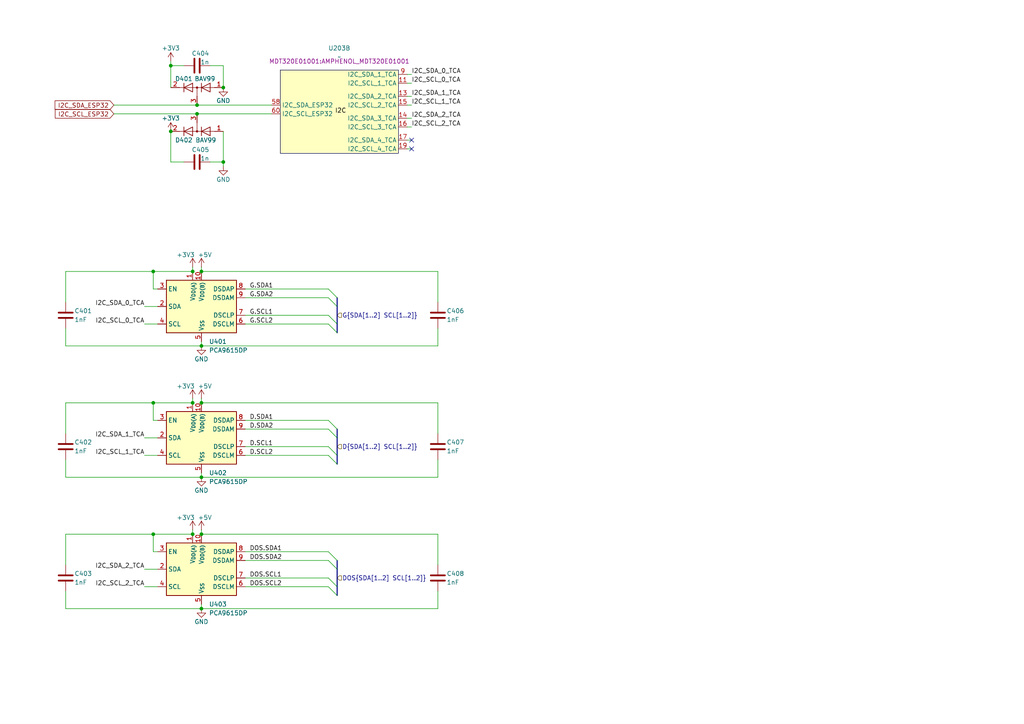
<source format=kicad_sch>
(kicad_sch (version 20231120) (generator "eeschema") (generator_version "8.0")
  (paper "A4")
  (title_block (title "Mobo V2.0") (date "2024-12-19") (rev "2.0") (company "Robotique UdeS - Biogénius") (comment 1 "Jacob Turcotte") (comment 2 "Schéma électrique créer par:"))
  (lib_symbols
    (symbol "Device:C" (pin_numbers hide) (pin_names (offset 0.254))
      (property "Reference" "C" (at 0.635 2.54 0))
      (property "Value" "C" (at 0.635 -2.54 0))
      (symbol "C_0_1"
        (polyline (pts (xy -2.032 -0.762) (xy 2.032 -0.762)) (stroke (width 0.508)))
        (polyline (pts (xy -2.032 0.762) (xy 2.032 0.762)) (stroke (width 0.508)))
      )
      (symbol "C_1_1"
        (pin passive line (at 0 3.81 270) (length 2.794) (name "~") (number "1"))
        (pin passive line (at 0 -3.81 90) (length 2.794) (name "~") (number "2"))
      )
    )
    (symbol "Diode:BAV99" (pin_names hide)
      (property "Reference" "D" (at 0 5.08 0))
      (property "Value" "BAV99" (at 0 2.54 0))
      (symbol "BAV99_0_1"
        (polyline (pts (xy -5.08 0) (xy 5.08 0)))
      )
      (symbol "BAV99_1_1"
        (polyline (pts (xy 0 0) (xy 0 -2.54)))
        (polyline (pts (xy -1.27 -1.27) (xy -1.27 1.27) (xy -1.27 1.27)) (stroke (width 0.2032)))
        (polyline (pts (xy 3.81 1.27) (xy 3.81 -1.27) (xy 3.81 -1.27)) (stroke (width 0.2032)))
        (polyline (pts (xy -3.81 1.27) (xy -1.27 0) (xy -3.81 -1.27) (xy -3.81 1.27) (xy -3.81 1.27) (xy -3.81 1.27)) (stroke (width 0.2032)))
        (polyline (pts (xy 1.27 1.27) (xy 3.81 0) (xy 1.27 -1.27) (xy 1.27 1.27) (xy 1.27 1.27) (xy 1.27 1.27)) (stroke (width 0.2032)))
        (circle (center 0 0) (radius 0.254) (fill (type outline)))
        (pin passive line (at -7.62 0 0) (length 2.54) (name "K") (number "1"))
        (pin passive line (at 7.62 0 180) (length 2.54) (name "A") (number "2"))
        (pin passive line (at 0 -5.08 90) (length 2.54) (name "K") (number "3"))
      )
    )
    (symbol "Interface:PCA9615DP"
      (property "Reference" "U" (at -10.16 8.89 0))
      (property "Value" "PCA9615DP" (at 1.27 8.89 0))
      (symbol "PCA9615DP_0_1"
        (rectangle (start -10.16 7.62) (end 10.16 -7.62) (stroke (width 0.254)) (fill (type background)))
      )
      (symbol "PCA9615DP_1_1"
        (pin power_in line (at -2.54 10.16 270) (length 2.54) (name "V_{DD(A)}") (number "1"))
        (pin power_in line (at 0 10.16 270) (length 2.54) (name "V_{DD(B)}") (number "10"))
        (pin bidirectional line (at -12.7 0 0) (length 2.54) (name "SDA") (number "2"))
        (pin input line (at -12.7 5.08 0) (length 2.54) (name "EN") (number "3"))
        (pin bidirectional line (at -12.7 -5.08 0) (length 2.54) (name "SCL") (number "4"))
        (pin power_in line (at 0 -10.16 90) (length 2.54) (name "V_{SS}") (number "5"))
        (pin bidirectional line (at 12.7 -5.08 180) (length 2.54) (name "DSCLM") (number "6"))
        (pin bidirectional line (at 12.7 -2.54 180) (length 2.54) (name "DSCLP") (number "7"))
        (pin bidirectional line (at 12.7 5.08 180) (length 2.54) (name "DSDAP") (number "8"))
        (pin bidirectional line (at 12.7 2.54 180) (length 2.54) (name "DSDAM") (number "9"))
      )
    )
    (symbol "connecteur_m2_key_E:connecteur_SOM_ESP32_V2"
      (property "Reference" "U" (at 0 9.652 0))
      (property "Footprint" "MDT320E01001:AMPHENOL_MDT320E01001" (at 0 9.652 0))
      (symbol "connecteur_SOM_ESP32_V2_1_1"
        (rectangle (start -13.97 0) (end 13.97 -35.56) (stroke (width 0) (color 72 0 0 1)) (fill (type background)))
        (text "Pins d'alimentation\n&\nResets" (at 0 -16.764 0) (effects (font (size 1.27 1.27) (bold yes))))
        (pin power_in line (at 16.51 -1.27 180) (length 2.54) (name "GND") (number "1"))
        (pin power_in line (at 16.51 -6.35 180) (length 2.54) (name "GND") (number "18"))
        (pin power_in line (at -16.51 -1.27 0) (length 2.54) (name "Vcc_3v3") (number "2"))
        (pin power_in line (at 16.51 -8.89 180) (length 2.54) (name "GND") (number "33"))
        (pin power_in line (at 16.51 -11.43 180) (length 2.54) (name "GND") (number "38"))
        (pin power_in line (at 16.51 -13.97 180) (length 2.54) (name "GND") (number "39"))
        (pin power_in line (at -16.51 -3.81 0) (length 2.54) (name "Vcc_3v3") (number "4"))
        (pin power_in line (at 16.51 -16.51 180) (length 2.54) (name "GND") (number "45"))
        (pin power_in line (at -16.51 -8.89 0) (length 2.54) (name "Vcc_5V") (number "50"))
        (pin power_in line (at 16.51 -19.05 180) (length 2.54) (name "GND") (number "51"))
        (pin bidirectional line (at -16.51 -6.35 0) (length 2.54) (name "RESET_AUTRES") (number "54"))
        (pin power_in line (at 16.51 -21.59 180) (length 2.54) (name "GND") (number "55"))
        (pin bidirectional line (at -16.51 -29.21 0) (length 2.54) (name "RESET_ESP32") (number "56"))
        (pin power_in line (at 16.51 -24.13 180) (length 2.54) (name "GND") (number "57"))
        (pin power_in line (at 16.51 -26.67 180) (length 2.54) (name "GND") (number "62"))
        (pin power_in line (at 16.51 -29.21 180) (length 2.54) (name "GND") (number "63"))
        (pin power_in line (at 16.51 -31.75 180) (length 2.54) (name "GND") (number "69"))
        (pin power_in line (at 16.51 -3.81 180) (length 2.54) (name "GND") (number "7"))
        (pin power_in line (at -16.51 -31.75 0) (length 2.54) (name "Vcc_3v3") (number "72"))
        (pin power_in line (at -16.51 -34.29 0) (length 2.54) (name "Vcc_3v3") (number "74"))
        (pin power_in line (at 16.51 -34.29 180) (length 2.54) (name "GND") (number "75"))
      )
      (symbol "connecteur_SOM_ESP32_V2_2_1"
        (rectangle (start -17.78 0) (end 16.51 -24.13) (stroke (width 0) (color 0 0 72 1)) (fill (type background)))
        (text "I2C" (at -0.254 -11.684 0) (effects (font (size 1.27 1.27))))
        (pin bidirectional line (at 19.05 -3.81 180) (length 2.54) (name "I2C_SCL_1_TCA") (number "11"))
        (pin bidirectional line (at 19.05 -7.62 180) (length 2.54) (name "I2C_SDA_2_TCA") (number "13"))
        (pin bidirectional line (at 19.05 -13.97 180) (length 2.54) (name "I2C_SDA_3_TCA") (number "14"))
        (pin bidirectional line (at 19.05 -10.16 180) (length 2.54) (name "I2C_SCL_2_TCA") (number "15"))
        (pin bidirectional line (at 19.05 -16.51 180) (length 2.54) (name "I2C_SCL_3_TCA") (number "16"))
        (pin bidirectional line (at 19.05 -20.32 180) (length 2.54) (name "I2C_SDA_4_TCA") (number "17"))
        (pin bidirectional line (at 19.05 -22.86 180) (length 2.54) (name "I2C_SCL_4_TCA") (number "19"))
        (pin bidirectional line (at -20.32 -10.16 0) (length 2.54) (name "I2C_SDA_ESP32") (number "58"))
        (pin bidirectional line (at -20.32 -12.7 0) (length 2.54) (name "I2C_SCL_ESP32") (number "60"))
        (pin bidirectional line (at 19.05 -1.27 180) (length 2.54) (name "I2C_SDA_1_TCA") (number "9"))
      )
      (symbol "connecteur_SOM_ESP32_V2_3_1"
        (rectangle (start -2.54 6.35) (end 15.24 -7.62) (stroke (width 0) (color 0 0 72 1)) (fill (type background)))
        (text "SPI" (at 0 0 0) (effects (font (size 1.27 1.27) (bold yes))))
        (pin bidirectional line (at 17.78 5.08 180) (length 2.54) (name "SPI_CS_5") (number "20"))
        (pin bidirectional line (at 17.78 2.54 180) (length 2.54) (name "SPI_CS_6") (number "21"))
        (pin bidirectional line (at 17.78 -1.27 180) (length 2.54) (name "SPI_CLK") (number "23"))
        (pin bidirectional line (at 17.78 -3.81 180) (length 2.54) (name "SPI_MOSI") (number "35"))
        (pin bidirectional line (at 17.78 -6.35 180) (length 2.54) (name "SPI_MISO") (number "37"))
      )
      (symbol "connecteur_SOM_ESP32_V2_4_1"
        (rectangle (start -12.7 2.54) (end 11.43 -2.54) (stroke (width 0) (color 0 0 72 1)) (fill (type background)))
        (text "Canbus" (at -8.636 0.254 0) (effects (font (size 1.27 1.27) (bold yes))))
        (pin bidirectional line (at 13.97 1.27 180) (length 2.54) (name "CAN_H_MCP2515") (number "71"))
        (pin bidirectional line (at 13.97 -1.27 180) (length 2.54) (name "CAN_L_MCP2515") (number "73"))
      )
      (symbol "connecteur_SOM_ESP32_V2_5_1"
        (rectangle (start -11.43 2.54) (end 3.81 -2.54) (stroke (width 0) (color 0 0 72 1)) (fill (type background)))
        (text "UART" (at -7.874 0.254 0) (effects (font (size 1.27 1.27) (bold yes))))
        (pin bidirectional line (at 6.35 1.27 180) (length 2.54) (name "UART_TX") (number "22"))
        (pin bidirectional line (at 6.35 -1.27 180) (length 2.54) (name "UART_RX") (number "32"))
      )
      (symbol "connecteur_SOM_ESP32_V2_6_1"
        (rectangle (start -13.97 2.54) (end 8.89 -2.54) (stroke (width 0) (color 0 0 72 1)) (fill (type background)))
        (text "USB" (at -11.176 0.254 0) (effects (font (size 1.27 1.27) (bold yes))))
        (pin bidirectional line (at 11.43 -1.27 180) (length 2.54) (name "USB_D+_FT231") (number "3"))
        (pin bidirectional line (at 11.43 1.27 180) (length 2.54) (name "USB_D-_FT231") (number "5"))
      )
      (symbol "connecteur_SOM_ESP32_V2_7_1"
        (rectangle (start -13.97 2.54) (end 10.16 -2.54) (stroke (width 0) (color 0 0 72 1)) (fill (type background)))
        (text "DEBUG" (at -9.906 0.254 0) (effects (font (size 1.27 1.27) (bold yes))))
        (pin bidirectional line (at 12.7 1.27 180) (length 2.54) (name "USB_DEBUG_D-") (number "46"))
        (pin bidirectional line (at 12.7 -1.27 180) (length 2.54) (name "USB_DEBUG_D+") (number "48"))
      )
      (symbol "connecteur_SOM_ESP32_V2_8_1"
        (rectangle (start -15.24 3.81) (end 5.08 -3.81) (stroke (width 0) (color 0 0 72 1)) (fill (type background)))
        (text "I2S" (at -12.192 0 0) (effects (font (size 1.27 1.27) (bold yes))))
        (pin bidirectional line (at 7.62 0 180) (length 2.54) (name "I2S_WS") (number "10"))
        (pin bidirectional line (at 7.62 -2.54 180) (length 2.54) (name "I2S_DIN/DOUT") (number "12"))
        (pin bidirectional line (at 7.62 2.54 180) (length 2.54) (name "I2S_BCLK") (number "8"))
      )
      (symbol "connecteur_SOM_ESP32_V2_9_1"
        (rectangle (start -11.43 5.08) (end 13.97 -5.08) (stroke (width 0) (color 0 72 0 1)) (fill (type background)))
        (text "Sortie PWM\n" (at -5.588 0.254 0) (effects (font (size 1.27 1.27))))
        (pin output line (at 16.51 3.81 180) (length 2.54) (name "PWM_1_PCA") (number "64"))
        (pin output line (at 16.51 1.27 180) (length 2.54) (name "PWM_2_PCA") (number "66"))
        (pin output line (at 16.51 -1.27 180) (length 2.54) (name "PWM_3_PCA") (number "68"))
        (pin output line (at 16.51 -3.81 180) (length 2.54) (name "PWM_4_PCA") (number "70"))
      )
      (symbol "connecteur_SOM_ESP32_V2_10_1"
        (rectangle (start -13.97 3.81) (end 12.7 -8.89) (stroke (width 0) (color 0 72 0 1)) (fill (type background)))
        (text "ESP32\n" (at -0.762 -6.604 0) (effects (font (size 1.27 1.27))))
        (text "GPIO pins" (at -0.762 2.032 0) (effects (font (size 1.27 1.27))))
        (pin bidirectional line (at 15.24 -5.08 180) (length 2.54) (name "RST_OTHER") (number "34"))
        (pin bidirectional line (at 15.24 -7.62 180) (length 2.54) (name "GPIO48") (number "36"))
        (pin bidirectional line (at -16.51 2.54 0) (length 2.54) (name "GPIO15") (number "40"))
        (pin bidirectional line (at -16.51 0 0) (length 2.54) (name "GPIO16") (number "41"))
        (pin bidirectional line (at -16.51 -2.54 0) (length 2.54) (name "GPIO26") (number "42"))
        (pin bidirectional line (at -16.51 -5.08 0) (length 2.54) (name "GPIO33") (number "43"))
        (pin bidirectional line (at -16.51 -7.62 0) (length 2.54) (name "GPIO34") (number "44"))
        (pin bidirectional line (at 15.24 2.54 180) (length 2.54) (name "GPIO45") (number "52"))
        (pin bidirectional line (at 15.24 0 180) (length 2.54) (name "GPIO46") (number "53"))
        (pin bidirectional line (at 15.24 -2.54 180) (length 2.54) (name "GPIO38&LED") (number "6"))
      )
    )
    (symbol "power:+3V3" (power) (pin_numbers hide) (pin_names (offset 0) hide)
      (property "Value" "+3V3" (at 0 3.556 0))
      (symbol "+3V3_0_1"
        (polyline (pts (xy -0.762 1.27) (xy 0 2.54)))
        (polyline (pts (xy 0 0) (xy 0 2.54)))
        (polyline (pts (xy 0 2.54) (xy 0.762 1.27)))
      )
      (symbol "+3V3_1_1"
        (pin power_in line (at 0 0 90) (length 0) (name "~") (number "1"))
      )
    )
    (symbol "power:+5V" (power) (pin_numbers hide) (pin_names (offset 0) hide)
      (property "Value" "+5V" (at 0 3.556 0))
      (symbol "+5V_0_1"
        (polyline (pts (xy -0.762 1.27) (xy 0 2.54)))
        (polyline (pts (xy 0 0) (xy 0 2.54)))
        (polyline (pts (xy 0 2.54) (xy 0.762 1.27)))
      )
      (symbol "+5V_1_1"
        (pin power_in line (at 0 0 90) (length 0) (name "~") (number "1"))
      )
    )
    (symbol "power:GND" (power) (pin_numbers hide) (pin_names (offset 0) hide)
      (property "Value" "GND" (at 0 -3.81 0))
      (symbol "GND_0_1"
        (polyline (pts (xy 0 0) (xy 0 -1.27) (xy 1.27 -1.27) (xy 0 -2.54) (xy -1.27 -1.27) (xy 0 -1.27)))
      )
      (symbol "GND_1_1"
        (pin power_in line (at 0 0 270) (length 0) (name "~") (number "1"))
      )
    )
  )
  (junction (at 49.53 38.1))
  (junction (at 58.42 116.84))
  (junction (at 58.42 78.74))
  (junction (at 58.42 154.94))
  (junction (at 55.88 116.84))
  (junction (at 57.15 30.48))
  (junction (at 55.88 78.74))
  (junction (at 58.42 100.33))
  (junction (at 58.42 176.53))
  (junction (at 58.42 138.43))
  (junction (at 64.77 25.4))
  (junction (at 44.45 78.74))
  (junction (at 64.77 46.99))
  (junction (at 44.45 116.84))
  (junction (at 55.88 154.94))
  (junction (at 49.53 19.05))
  (junction (at 57.15 33.02))
  (junction (at 44.45 154.94))
  (no_connect (at 119.38 40.64))
  (no_connect (at 119.38 43.18))
  (bus_entry (at 95.25 121.92) (size 2.54 2.54))
  (bus_entry (at 95.25 129.54) (size 2.54 2.54))
  (bus_entry (at 95.25 86.36) (size 2.54 2.54))
  (bus_entry (at 95.25 132.08) (size 2.54 2.54))
  (bus_entry (at 95.25 170.18) (size 2.54 2.54))
  (bus_entry (at 95.25 162.56) (size 2.54 2.54))
  (bus_entry (at 95.25 91.44) (size 2.54 2.54))
  (bus_entry (at 95.25 124.46) (size 2.54 2.54))
  (bus_entry (at 95.25 83.82) (size 2.54 2.54))
  (bus_entry (at 95.25 93.98) (size 2.54 2.54))
  (bus_entry (at 95.25 160.02) (size 2.54 2.54))
  (bus_entry (at 95.25 167.64) (size 2.54 2.54))
  (bus (pts (xy 97.79 88.9) (xy 97.79 93.98)))
  (wire (pts (xy 55.88 115.57) (xy 55.88 116.84)))
  (wire (pts (xy 45.72 121.92) (xy 44.45 121.92)))
  (wire (pts (xy 58.42 138.43) (xy 58.42 137.16)))
  (wire (pts (xy 41.91 88.9) (xy 45.72 88.9)))
  (wire (pts (xy 19.05 138.43) (xy 58.42 138.43)))
  (wire (pts (xy 49.53 19.05) (xy 49.53 25.4)))
  (wire (pts (xy 127 95.25) (xy 127 100.33)))
  (wire (pts (xy 71.12 93.98) (xy 95.25 93.98)))
  (wire (pts (xy 19.05 176.53) (xy 58.42 176.53)))
  (wire (pts (xy 71.12 86.36) (xy 95.25 86.36)))
  (wire (pts (xy 119.38 43.18) (xy 118.11 43.18)))
  (wire (pts (xy 60.96 19.05) (xy 64.77 19.05)))
  (wire (pts (xy 127 163.83) (xy 127 154.94)))
  (wire (pts (xy 19.05 171.45) (xy 19.05 176.53)))
  (wire (pts (xy 58.42 100.33) (xy 127 100.33)))
  (wire (pts (xy 71.12 160.02) (xy 95.25 160.02)))
  (bus (pts (xy 97.79 165.1) (xy 97.79 170.18)))
  (wire (pts (xy 19.05 125.73) (xy 19.05 116.84)))
  (wire (pts (xy 71.12 170.18) (xy 95.25 170.18)))
  (wire (pts (xy 19.05 78.74) (xy 44.45 78.74)))
  (wire (pts (xy 127 87.63) (xy 127 78.74)))
  (wire (pts (xy 44.45 83.82) (xy 44.45 78.74)))
  (wire (pts (xy 127 133.35) (xy 127 138.43)))
  (wire (pts (xy 58.42 176.53) (xy 58.42 175.26)))
  (wire (pts (xy 45.72 83.82) (xy 44.45 83.82)))
  (wire (pts (xy 127 125.73) (xy 127 116.84)))
  (wire (pts (xy 19.05 100.33) (xy 58.42 100.33)))
  (wire (pts (xy 60.96 46.99) (xy 64.77 46.99)))
  (wire (pts (xy 58.42 138.43) (xy 127 138.43)))
  (wire (pts (xy 49.53 17.78) (xy 49.53 19.05)))
  (wire (pts (xy 45.72 160.02) (xy 44.45 160.02)))
  (wire (pts (xy 19.05 154.94) (xy 44.45 154.94)))
  (wire (pts (xy 53.34 46.99) (xy 49.53 46.99)))
  (wire (pts (xy 58.42 176.53) (xy 127 176.53)))
  (wire (pts (xy 55.88 77.47) (xy 55.88 78.74)))
  (wire (pts (xy 58.42 153.67) (xy 58.42 154.94)))
  (bus (pts (xy 97.79 124.46) (xy 97.79 127)))
  (wire (pts (xy 44.45 154.94) (xy 55.88 154.94)))
  (wire (pts (xy 19.05 116.84) (xy 44.45 116.84)))
  (wire (pts (xy 71.12 83.82) (xy 95.25 83.82)))
  (wire (pts (xy 19.05 95.25) (xy 19.05 100.33)))
  (wire (pts (xy 44.45 116.84) (xy 55.88 116.84)))
  (wire (pts (xy 55.88 153.67) (xy 55.88 154.94)))
  (wire (pts (xy 49.53 19.05) (xy 53.34 19.05)))
  (wire (pts (xy 119.38 27.94) (xy 118.11 27.94)))
  (wire (pts (xy 41.91 132.08) (xy 45.72 132.08)))
  (wire (pts (xy 119.38 24.13) (xy 118.11 24.13)))
  (wire (pts (xy 44.45 78.74) (xy 55.88 78.74)))
  (wire (pts (xy 58.42 78.74) (xy 127 78.74)))
  (bus (pts (xy 97.79 132.08) (xy 97.79 134.62)))
  (wire (pts (xy 58.42 100.33) (xy 58.42 99.06)))
  (wire (pts (xy 64.77 46.99) (xy 64.77 38.1)))
  (wire (pts (xy 49.53 46.99) (xy 49.53 38.1)))
  (wire (pts (xy 41.91 93.98) (xy 45.72 93.98)))
  (wire (pts (xy 71.12 91.44) (xy 95.25 91.44)))
  (wire (pts (xy 19.05 87.63) (xy 19.05 78.74)))
  (wire (pts (xy 64.77 48.26) (xy 64.77 46.99)))
  (wire (pts (xy 119.38 36.83) (xy 118.11 36.83)))
  (wire (pts (xy 41.91 170.18) (xy 45.72 170.18)))
  (wire (pts (xy 71.12 167.64) (xy 95.25 167.64)))
  (wire (pts (xy 127 171.45) (xy 127 176.53)))
  (wire (pts (xy 71.12 162.56) (xy 95.25 162.56)))
  (bus (pts (xy 97.79 170.18) (xy 97.79 172.72)))
  (wire (pts (xy 19.05 163.83) (xy 19.05 154.94)))
  (wire (pts (xy 71.12 121.92) (xy 95.25 121.92)))
  (wire (pts (xy 33.02 33.02) (xy 57.15 33.02)))
  (wire (pts (xy 44.45 160.02) (xy 44.45 154.94)))
  (wire (pts (xy 71.12 132.08) (xy 95.25 132.08)))
  (bus (pts (xy 97.79 93.98) (xy 97.79 96.52)))
  (bus (pts (xy 97.79 162.56) (xy 97.79 165.1)))
  (wire (pts (xy 58.42 116.84) (xy 127 116.84)))
  (wire (pts (xy 33.02 30.48) (xy 57.15 30.48)))
  (wire (pts (xy 71.12 124.46) (xy 95.25 124.46)))
  (wire (pts (xy 41.91 127) (xy 45.72 127)))
  (wire (pts (xy 41.91 165.1) (xy 45.72 165.1)))
  (wire (pts (xy 64.77 19.05) (xy 64.77 25.4)))
  (wire (pts (xy 58.42 77.47) (xy 58.42 78.74)))
  (wire (pts (xy 119.38 34.29) (xy 118.11 34.29)))
  (wire (pts (xy 57.15 33.02) (xy 78.74 33.02)))
  (wire (pts (xy 19.05 133.35) (xy 19.05 138.43)))
  (wire (pts (xy 119.38 30.48) (xy 118.11 30.48)))
  (wire (pts (xy 119.38 40.64) (xy 118.11 40.64)))
  (bus (pts (xy 97.79 127) (xy 97.79 132.08)))
  (wire (pts (xy 58.42 154.94) (xy 127 154.94)))
  (wire (pts (xy 71.12 129.54) (xy 95.25 129.54)))
  (wire (pts (xy 57.15 30.48) (xy 78.74 30.48)))
  (wire (pts (xy 119.38 21.59) (xy 118.11 21.59)))
  (wire (pts (xy 58.42 115.57) (xy 58.42 116.84)))
  (wire (pts (xy 44.45 121.92) (xy 44.45 116.84)))
  (bus (pts (xy 97.79 86.36) (xy 97.79 88.9)))
  (label "G.SDA2" (at 72.39 86.36 0))
  (label "G.SCL1" (at 72.39 91.44 0))
  (label "DOS.SCL1" (at 72.39 167.64 0))
  (label "DOS.SDA2" (at 72.39 162.56 0))
  (label "I2C_SDA_2_TCA" (at 41.91 165.1 180))
  (label "D.SCL1" (at 72.39 129.54 0))
  (label "D.SDA2" (at 72.39 124.46 0))
  (label "DOS.SDA1" (at 72.39 160.02 0))
  (label "I2C_SDA_0_TCA" (at 119.38 21.59 0))
  (label "G.SCL2" (at 72.39 93.98 0))
  (label "I2C_SDA_1_TCA" (at 41.91 127 180))
  (label "DOS.SCL2" (at 72.39 170.18 0))
  (label "I2C_SDA_0_TCA" (at 41.91 88.9 180))
  (label "I2C_SDA_2_TCA" (at 119.38 34.29 0))
  (label "I2C_SCL_1_TCA" (at 119.38 30.48 0))
  (label "I2C_SCL_0_TCA" (at 119.38 24.13 0))
  (label "I2C_SCL_1_TCA" (at 41.91 132.08 180))
  (label "I2C_SDA_1_TCA" (at 119.38 27.94 0))
  (label "I2C_SCL_2_TCA" (at 41.91 170.18 180))
  (label "G.SDA1" (at 72.39 83.82 0))
  (label "D.SCL2" (at 72.39 132.08 0))
  (label "I2C_SCL_0_TCA" (at 41.91 93.98 180))
  (label "D.SDA1" (at 72.39 121.92 0))
  (label "I2C_SCL_2_TCA" (at 119.38 36.83 0))
  (global_label "I2C_SCL_ESP32" (shape input) (at 33.02 33.02 180) (property "Intersheetrefs" "${INTERSHEET_REFS}" (effects (hide yes))))
  (global_label "I2C_SDA_ESP32" (shape input) (at 33.02 30.48 180) (property "Intersheetrefs" "${INTERSHEET_REFS}" (effects (hide yes))))
  (hierarchical_label "D{SDA[1..2] SCL[1..2]}" (shape input) (at 97.79 129.54 0))
  (hierarchical_label "G{SDA[1..2] SCL[1..2]}" (shape input) (at 97.79 91.44 0))
  (hierarchical_label "DOS{SDA[1..2] SCL[1..2]}" (shape input) (at 97.79 167.64 0))
  (symbol (lib_id "Device:C") (at 57.15 46.99 90) (unit 1)
    (property "Reference" "C405" (at 60.706 43.434 90) (effects (justify left)))
    (property "Value" "1n" (at 60.706 45.974 90) (effects (justify left)))
    (property "Footprint" "Capacitor_SMD:C_1812_4532Metric_Pad1.57x3.40mm_HandSolder" (effects (hide yes)))
    (property "Description" "Unpolarized capacitor" (effects (hide yes)))
  )
  (symbol (lib_id "power:+5V") (at 58.42 77.47 0) (unit 1)
    (property "Reference" "#PWR0406" (effects (hide yes)))
    (property "Value" "+5V" (at 59.436 73.914 0))
    (property "Description" "Power symbol creates a global label with name \"+5V\"" (effects (hide yes)))
  )
  (symbol (lib_id "Device:C") (at 127 91.44 0) (unit 1)
    (property "Reference" "C406" (at 129.54 90.17 0) (effects (justify left)))
    (property "Value" "1nF" (at 129.54 92.71 0) (effects (justify left)))
    (property "Footprint" "Capacitor_SMD:C_0603_1608Metric_Pad1.08x0.95mm_HandSolder" (effects (hide yes)))
    (property "Description" "Unpolarized capacitor" (effects (hide yes)))
  )
  (symbol (lib_id "Interface:PCA9615DP") (at 58.42 165.1 0) (unit 1)
    (property "Reference" "U403" (at 60.6141 175.26 0) (effects (justify left)))
    (property "Value" "PCA9615DP" (at 60.6141 177.8 0) (effects (justify left)))
    (property "Footprint" "Package_SO:TSSOP-10_3x3mm_P0.5mm" (effects (hide yes)))
    (property "Datasheet" "https://www.nxp.com/docs/en/data-sheet/PCA9615.pdf" (effects (hide yes)))
    (property "Description" "Dual bidirectional hot-swap multipoint bus buffer, SO-8" (effects (hide yes)))
  )
  (symbol (lib_id "Device:C") (at 19.05 167.64 0) (unit 1)
    (property "Reference" "C403" (at 21.59 166.37 0) (effects (justify left)))
    (property "Value" "1nF" (at 21.59 168.91 0) (effects (justify left)))
    (property "Footprint" "Capacitor_SMD:C_0603_1608Metric_Pad1.08x0.95mm_HandSolder" (effects (hide yes)))
    (property "Description" "Unpolarized capacitor" (effects (hide yes)))
  )
  (symbol (lib_id "Diode:BAV99") (at 57.15 25.4 0) (mirror y) (unit 1)
    (property "Reference" "D401" (at 55.8799 22.86 0) (effects (justify left)))
    (property "Value" "BAV99" (at 62.484 22.86 0) (effects (justify left)))
    (property "Footprint" "Package_TO_SOT_SMD:SOT-23" (effects (hide yes)))
    (property "Datasheet" "https://assets.nexperia.com/documents/data-sheet/BAV99_SER.pdf" (effects (hide yes)))
    (property "Description" "BAV99 High-speed switching diodes, SOT-23" (effects (hide yes)))
  )
  (symbol (lib_id "Interface:PCA9615DP") (at 58.42 127 0) (unit 1)
    (property "Reference" "U402" (at 60.6141 137.16 0) (effects (justify left)))
    (property "Value" "PCA9615DP" (at 60.6141 139.7 0) (effects (justify left)))
    (property "Footprint" "Package_SO:TSSOP-10_3x3mm_P0.5mm" (effects (hide yes)))
    (property "Datasheet" "https://www.nxp.com/docs/en/data-sheet/PCA9615.pdf" (effects (hide yes)))
    (property "Description" "Dual bidirectional hot-swap multipoint bus buffer, SO-8" (effects (hide yes)))
  )
  (symbol (lib_id "power:+3V3") (at 49.53 17.78 0) (unit 1)
    (property "Reference" "#PWR0401" (effects (hide yes)))
    (property "Value" "+3V3" (at 49.53 13.97 0))
    (property "Description" "Power symbol creates a global label with name \"+3V3\"" (effects (hide yes)))
  )
  (symbol (lib_id "power:+3V3") (at 55.88 115.57 0) (unit 1)
    (property "Reference" "#PWR0404" (effects (hide yes)))
    (property "Value" "+3V3" (at 53.848 112.014 0))
    (property "Description" "Power symbol creates a global label with name \"+3V3\"" (effects (hide yes)))
  )
  (symbol (lib_id "Interface:PCA9615DP") (at 58.42 88.9 0) (unit 1)
    (property "Reference" "U401" (at 60.6141 99.06 0) (effects (justify left)))
    (property "Value" "PCA9615DP" (at 60.6141 101.6 0) (effects (justify left)))
    (property "Footprint" "Package_SO:TSSOP-10_3x3mm_P0.5mm" (effects (hide yes)))
    (property "Datasheet" "https://www.nxp.com/docs/en/data-sheet/PCA9615.pdf" (effects (hide yes)))
    (property "Description" "Dual bidirectional hot-swap multipoint bus buffer, SO-8" (effects (hide yes)))
  )
  (symbol (lib_id "Device:C") (at 19.05 91.44 0) (unit 1)
    (property "Reference" "C401" (at 21.59 90.17 0) (effects (justify left)))
    (property "Value" "1nF" (at 21.59 92.71 0) (effects (justify left)))
    (property "Footprint" "Capacitor_SMD:C_0603_1608Metric_Pad1.08x0.95mm_HandSolder" (effects (hide yes)))
    (property "Description" "Unpolarized capacitor" (effects (hide yes)))
  )
  (symbol (lib_id "Diode:BAV99") (at 57.15 38.1 180) (unit 1)
    (property "Reference" "D402" (at 55.8799 40.64 0) (effects (justify left)))
    (property "Value" "BAV99" (at 62.738 40.64 0) (effects (justify left)))
    (property "Footprint" "Package_TO_SOT_SMD:SOT-23" (effects (hide yes)))
    (property "Datasheet" "https://assets.nexperia.com/documents/data-sheet/BAV99_SER.pdf" (effects (hide yes)))
    (property "Description" "BAV99 High-speed switching diodes, SOT-23" (effects (hide yes)))
  )
  (symbol (lib_id "power:GND") (at 58.42 100.33 0) (unit 1)
    (property "Reference" "#PWR0407" (effects (hide yes)))
    (property "Value" "GND" (at 58.42 104.14 0))
    (property "Description" "Power symbol creates a global label with name \"GND\" , ground" (effects (hide yes)))
  )
  (symbol (lib_id "connecteur_m2_key_E:connecteur_SOM_ESP32_V2") (at 99.06 20.32 0) (unit 2)
    (property "Reference" "U203" (at 98.425 13.97 0))
    (property "Value" "~" (at 98.425 16.51 0))
    (property "Footprint" "MDT320E01001:AMPHENOL_MDT320E01001" (at 98.425 17.78 0))
  )
  (symbol (lib_id "power:+3V3") (at 55.88 77.47 0) (unit 1)
    (property "Reference" "#PWR0403" (effects (hide yes)))
    (property "Value" "+3V3" (at 53.848 73.914 0))
    (property "Description" "Power symbol creates a global label with name \"+3V3\"" (effects (hide yes)))
  )
  (symbol (lib_id "Device:C") (at 127 167.64 0) (unit 1)
    (property "Reference" "C408" (at 129.54 166.37 0) (effects (justify left)))
    (property "Value" "1nF" (at 129.54 168.91 0) (effects (justify left)))
    (property "Footprint" "Capacitor_SMD:C_0603_1608Metric_Pad1.08x0.95mm_HandSolder" (effects (hide yes)))
    (property "Description" "Unpolarized capacitor" (effects (hide yes)))
  )
  (symbol (lib_id "power:GND") (at 58.42 176.53 0) (unit 1)
    (property "Reference" "#PWR0411" (effects (hide yes)))
    (property "Value" "GND" (at 58.42 180.34 0))
    (property "Description" "Power symbol creates a global label with name \"GND\" , ground" (effects (hide yes)))
  )
  (symbol (lib_id "power:GND") (at 64.77 25.4 0) (mirror y) (unit 1)
    (property "Reference" "#PWR0412" (effects (hide yes)))
    (property "Value" "GND" (at 64.77 29.21 0))
    (property "Description" "Power symbol creates a global label with name \"GND\" , ground" (effects (hide yes)))
  )
  (symbol (lib_id "power:GND") (at 58.42 138.43 0) (unit 1)
    (property "Reference" "#PWR0409" (effects (hide yes)))
    (property "Value" "GND" (at 58.42 142.24 0))
    (property "Description" "Power symbol creates a global label with name \"GND\" , ground" (effects (hide yes)))
  )
  (symbol (lib_id "power:+3V3") (at 55.88 153.67 0) (unit 1)
    (property "Reference" "#PWR0405" (effects (hide yes)))
    (property "Value" "+3V3" (at 53.848 150.114 0))
    (property "Description" "Power symbol creates a global label with name \"+3V3\"" (effects (hide yes)))
  )
  (symbol (lib_id "Device:C") (at 127 129.54 0) (unit 1)
    (property "Reference" "C407" (at 129.54 128.27 0) (effects (justify left)))
    (property "Value" "1nF" (at 129.54 130.81 0) (effects (justify left)))
    (property "Footprint" "Capacitor_SMD:C_0603_1608Metric_Pad1.08x0.95mm_HandSolder" (effects (hide yes)))
    (property "Description" "Unpolarized capacitor" (effects (hide yes)))
  )
  (symbol (lib_id "power:+3V3") (at 49.53 38.1 0) (unit 1)
    (property "Reference" "#PWR0402" (effects (hide yes)))
    (property "Value" "+3V3" (at 49.53 34.29 0))
    (property "Description" "Power symbol creates a global label with name \"+3V3\"" (effects (hide yes)))
  )
  (symbol (lib_id "Device:C") (at 19.05 129.54 0) (unit 1)
    (property "Reference" "C402" (at 21.59 128.27 0) (effects (justify left)))
    (property "Value" "1nF" (at 21.59 130.81 0) (effects (justify left)))
    (property "Footprint" "Capacitor_SMD:C_0603_1608Metric_Pad1.08x0.95mm_HandSolder" (effects (hide yes)))
    (property "Description" "Unpolarized capacitor" (effects (hide yes)))
  )
  (symbol (lib_id "Device:C") (at 57.15 19.05 90) (unit 1)
    (property "Reference" "C404" (at 60.706 15.494 90) (effects (justify left)))
    (property "Value" "1n" (at 60.706 18.034 90) (effects (justify left)))
    (property "Footprint" "Capacitor_SMD:C_1812_4532Metric_Pad1.57x3.40mm_HandSolder" (effects (hide yes)))
    (property "Description" "Unpolarized capacitor" (effects (hide yes)))
  )
  (symbol (lib_id "power:GND") (at 64.77 48.26 0) (unit 1)
    (property "Reference" "#PWR0413" (effects (hide yes)))
    (property "Value" "GND" (at 64.77 52.07 0))
    (property "Description" "Power symbol creates a global label with name \"GND\" , ground" (effects (hide yes)))
  )
  (symbol (lib_id "power:+5V") (at 58.42 153.67 0) (unit 1)
    (property "Reference" "#PWR0410" (effects (hide yes)))
    (property "Value" "+5V" (at 59.436 150.114 0))
    (property "Description" "Power symbol creates a global label with name \"+5V\"" (effects (hide yes)))
  )
  (symbol (lib_id "power:+5V") (at 58.42 115.57 0) (unit 1)
    (property "Reference" "#PWR0408" (effects (hide yes)))
    (property "Value" "+5V" (at 59.436 112.014 0))
    (property "Description" "Power symbol creates a global label with name \"+5V\"" (effects (hide yes)))
  )
)
</source>
